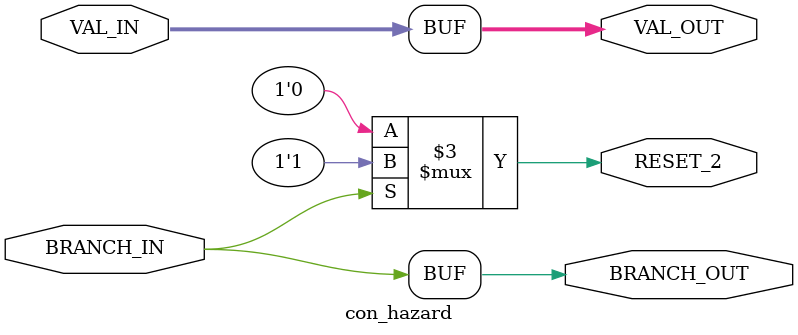
<source format=v>
`timescale 1ns/100ps
 module con_hazard(BRANCH_IN,VAL_IN,BRANCH_OUT,VAL_OUT,RESET_2);
	//inputs for 
	input BRANCH_IN;
	input [31:0] VAL_IN;
	output reg [31:0] VAL_OUT;
	output reg BRANCH_OUT,RESET_2;
	
	always @(BRANCH_IN,VAL_IN) begin
		
		#1
	
		if (BRANCH_IN) begin  //branch
			BRANCH_OUT = BRANCH_IN;
			VAL_OUT = VAL_IN;
			//RESET_1 = 1;
			RESET_2 = 1;
		end
		
		else begin  //Not a branch
			BRANCH_OUT = BRANCH_IN;
			VAL_OUT = VAL_IN;
			//RESET_1 = 0;
			RESET_2 = 0;
		end
		
	end
	
endmodule
	
</source>
